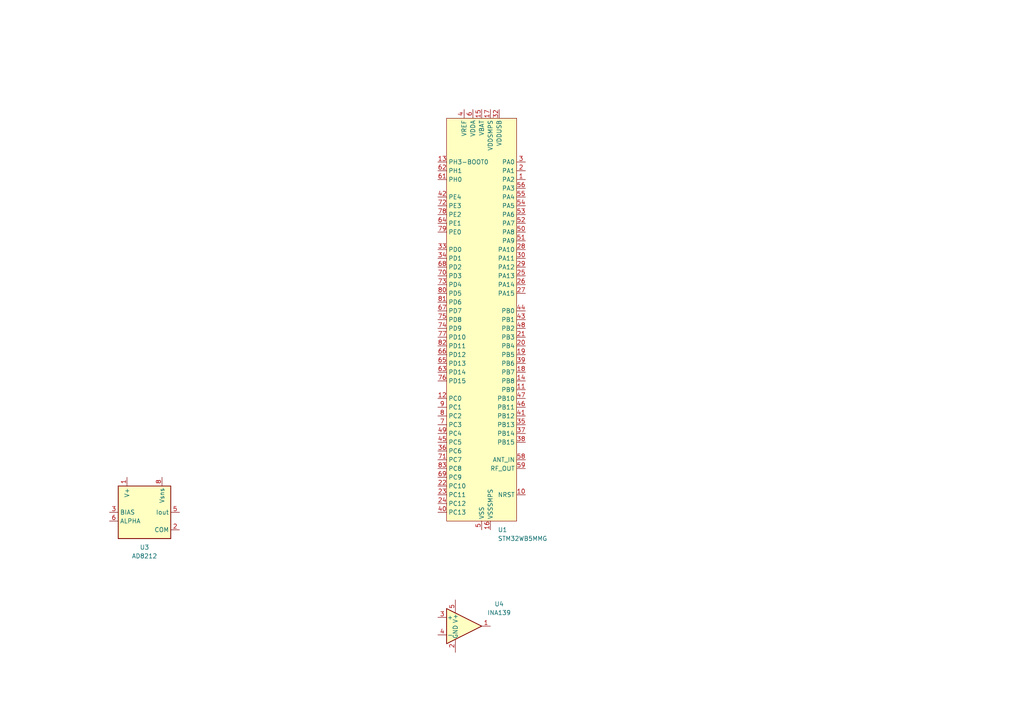
<source format=kicad_sch>
(kicad_sch (version 20250114) (generator "eeschema") (generator_version "9.0")
  (paper "A4")
  (lib_symbols
    (symbol "Amplifier_Current:AD8212"
      (property "Reference" "U" (at -7.62 10.795 0))
      (property "Value" "AD8212" (at -7.62 8.89 0))
      (symbol "AD8212_0_1"
        (rectangle (start -7.62 7.62) (end 7.62 -7.62) (stroke (width 0.254)) (fill (type background)))
      )
      (symbol "AD8212_1_1"
        (pin input line (at -10.16 0 0) (length 2.54) (name "BIAS") (number "3"))
        (pin output line (at -10.16 -2.54 0) (length 2.54) (name "ALPHA") (number "6"))
        (pin power_in line (at -5.08 10.16 270) (length 2.54) (name "V+") (number "1"))
        (pin no_connect line (at -2.54 -7.62 90) (length 2.54) (hide yes) (name "NC") (number "4"))
        (pin no_connect line (at 0 -7.62 90) (length 2.54) (hide yes) (name "NC") (number "7"))
        (pin input line (at 5.08 10.16 270) (length 2.54) (name "Vsns") (number "8"))
        (pin output line (at 10.16 0 180) (length 2.54) (name "Iout") (number "5"))
        (pin input line (at 10.16 -5.08 180) (length 2.54) (name "COM") (number "2"))
      )
    )
    (symbol "Amplifier_Current:INA139" (pin_names (offset 0.127))
      (property "Reference" "U" (at 3.81 5.08 0))
      (property "Value" "INA139" (at 3.81 2.54 0))
      (symbol "INA139_0_1"
        (polyline (pts (xy -5.08 5.08) (xy 5.08 0) (xy -5.08 -5.08) (xy -5.08 5.08)) (stroke (width 0.254)) (fill (type background)))
      )
      (symbol "INA139_1_1"
        (pin input line (at -7.62 2.54 0) (length 2.54) (name "+") (number "3"))
        (pin input line (at -7.62 -2.54 0) (length 2.54) (name "-") (number "4"))
        (pin power_in line (at -2.54 7.62 270) (length 3.81) (name "V+") (number "5"))
        (pin power_in line (at -2.54 -7.62 90) (length 3.81) (name "GND") (number "2"))
        (pin output line (at 7.62 0 180) (length 2.54) (name "~") (number "1"))
      )
    )
    (symbol "RF_Module:STM32WB5MMG"
      (property "Reference" "U" (at 7.62 59.69 0))
      (property "Value" "STM32WB5MMG" (at 10.16 -59.69 0))
      (symbol "STM32WB5MMG_1_1"
        (rectangle (start -10.16 58.42) (end 10.16 -58.42) (fill (type background)))
        (pin bidirectional line (at -12.7 45.72 0) (length 2.54) (name "PH3-BOOT0") (number "13"))
        (pin bidirectional line (at -12.7 43.18 0) (length 2.54) (name "PH1") (number "62"))
        (pin bidirectional line (at -12.7 40.64 0) (length 2.54) (name "PH0") (number "61"))
        (pin bidirectional line (at -12.7 35.56 0) (length 2.54) (name "PE4") (number "42"))
        (pin bidirectional line (at -12.7 33.02 0) (length 2.54) (name "PE3") (number "72"))
        (pin bidirectional line (at -12.7 30.48 0) (length 2.54) (name "PE2") (number "78"))
        (pin bidirectional line (at -12.7 27.94 0) (length 2.54) (name "PE1") (number "64"))
        (pin bidirectional line (at -12.7 25.4 0) (length 2.54) (name "PE0") (number "79"))
        (pin bidirectional line (at -12.7 20.32 0) (length 2.54) (name "PD0") (number "33"))
        (pin bidirectional line (at -12.7 17.78 0) (length 2.54) (name "PD1") (number "34"))
        (pin bidirectional line (at -12.7 15.24 0) (length 2.54) (name "PD2") (number "68"))
        (pin bidirectional line (at -12.7 12.7 0) (length 2.54) (name "PD3") (number "70"))
        (pin bidirectional line (at -12.7 10.16 0) (length 2.54) (name "PD4") (number "73"))
        (pin bidirectional line (at -12.7 7.62 0) (length 2.54) (name "PD5") (number "80"))
        (pin bidirectional line (at -12.7 5.08 0) (length 2.54) (name "PD6") (number "81"))
        (pin bidirectional line (at -12.7 2.54 0) (length 2.54) (name "PD7") (number "67"))
        (pin bidirectional line (at -12.7 0 0) (length 2.54) (name "PD8") (number "75"))
        (pin bidirectional line (at -12.7 -2.54 0) (length 2.54) (name "PD9") (number "74"))
        (pin bidirectional line (at -12.7 -5.08 0) (length 2.54) (name "PD10") (number "77"))
        (pin bidirectional line (at -12.7 -7.62 0) (length 2.54) (name "PD11") (number "82"))
        (pin bidirectional line (at -12.7 -10.16 0) (length 2.54) (name "PD12") (number "66"))
        (pin bidirectional line (at -12.7 -12.7 0) (length 2.54) (name "PD13") (number "65"))
        (pin bidirectional line (at -12.7 -15.24 0) (length 2.54) (name "PD14") (number "63"))
        (pin bidirectional line (at -12.7 -17.78 0) (length 2.54) (name "PD15") (number "76"))
        (pin bidirectional line (at -12.7 -22.86 0) (length 2.54) (name "PC0") (number "12"))
        (pin bidirectional line (at -12.7 -25.4 0) (length 2.54) (name "PC1") (number "9"))
        (pin bidirectional line (at -12.7 -27.94 0) (length 2.54) (name "PC2") (number "8"))
        (pin bidirectional line (at -12.7 -30.48 0) (length 2.54) (name "PC3") (number "7"))
        (pin bidirectional line (at -12.7 -33.02 0) (length 2.54) (name "PC4") (number "49"))
        (pin bidirectional line (at -12.7 -35.56 0) (length 2.54) (name "PC5") (number "45"))
        (pin bidirectional line (at -12.7 -38.1 0) (length 2.54) (name "PC6") (number "36"))
        (pin bidirectional line (at -12.7 -40.64 0) (length 2.54) (name "PC7") (number "71"))
        (pin bidirectional line (at -12.7 -43.18 0) (length 2.54) (name "PC8") (number "83"))
        (pin bidirectional line (at -12.7 -45.72 0) (length 2.54) (name "PC9") (number "69"))
        (pin bidirectional line (at -12.7 -48.26 0) (length 2.54) (name "PC10") (number "22"))
        (pin bidirectional line (at -12.7 -50.8 0) (length 2.54) (name "PC11") (number "23"))
        (pin bidirectional line (at -12.7 -53.34 0) (length 2.54) (name "PC12") (number "24"))
        (pin bidirectional line (at -12.7 -55.88 0) (length 2.54) (name "PC13") (number "40"))
        (pin input line (at -5.08 60.96 270) (length 2.54) (name "VREF") (number "4"))
        (pin power_in line (at -2.54 60.96 270) (length 2.54) (name "VDDA") (number "6"))
        (pin power_in line (at 0 60.96 270) (length 2.54) (name "VBAT") (number "15"))
        (pin passive line (at 0 -60.96 90) (length 2.54) (hide yes) (name "VSS") (number "31"))
        (pin power_in line (at 0 -60.96 90) (length 2.54) (name "VSS") (number "5"))
        (pin passive line (at 0 -60.96 90) (length 2.54) (hide yes) (name "VSS") (number "57"))
        (pin passive line (at 0 -60.96 90) (length 2.54) (hide yes) (name "VSS") (number "60"))
        (pin passive line (at 0 -60.96 90) (length 2.54) (hide yes) (name "VSS") (number "84"))
        (pin passive line (at 0 -60.96 90) (length 2.54) (hide yes) (name "VSS") (number "86"))
        (pin power_in line (at 2.54 60.96 270) (length 2.54) (name "VDDSMPS") (number "17"))
        (pin power_in line (at 2.54 -60.96 90) (length 2.54) (name "VSSSMPS") (number "16"))
        (pin power_in line (at 5.08 60.96 270) (length 2.54) (name "VDDUSB") (number "32"))
        (pin no_connect line (at 10.16 -45.72 180) (length 2.54) (hide yes) (name "ANT_NC") (number "85"))
        (pin bidirectional line (at 12.7 45.72 180) (length 2.54) (name "PA0") (number "3"))
        (pin bidirectional line (at 12.7 43.18 180) (length 2.54) (name "PA1") (number "2"))
        (pin bidirectional line (at 12.7 40.64 180) (length 2.54) (name "PA2") (number "1"))
        (pin bidirectional line (at 12.7 38.1 180) (length 2.54) (name "PA3") (number "56"))
        (pin bidirectional line (at 12.7 35.56 180) (length 2.54) (name "PA4") (number "55"))
        (pin bidirectional line (at 12.7 33.02 180) (length 2.54) (name "PA5") (number "54"))
        (pin bidirectional line (at 12.7 30.48 180) (length 2.54) (name "PA6") (number "53"))
        (pin bidirectional line (at 12.7 27.94 180) (length 2.54) (name "PA7") (number "52"))
        (pin bidirectional line (at 12.7 25.4 180) (length 2.54) (name "PA8") (number "50"))
        (pin bidirectional line (at 12.7 22.86 180) (length 2.54) (name "PA9") (number "51"))
        (pin bidirectional line (at 12.7 20.32 180) (length 2.54) (name "PA10") (number "28"))
        (pin bidirectional line (at 12.7 17.78 180) (length 2.54) (name "PA11") (number "30"))
        (pin bidirectional line (at 12.7 15.24 180) (length 2.54) (name "PA12") (number "29"))
        (pin bidirectional line (at 12.7 12.7 180) (length 2.54) (name "PA13") (number "25"))
        (pin bidirectional line (at 12.7 10.16 180) (length 2.54) (name "PA14") (number "26"))
        (pin bidirectional line (at 12.7 7.62 180) (length 2.54) (name "PA15") (number "27"))
        (pin bidirectional line (at 12.7 2.54 180) (length 2.54) (name "PB0") (number "44"))
        (pin bidirectional line (at 12.7 0 180) (length 2.54) (name "PB1") (number "43"))
        (pin bidirectional line (at 12.7 -2.54 180) (length 2.54) (name "PB2") (number "48"))
        (pin bidirectional line (at 12.7 -5.08 180) (length 2.54) (name "PB3") (number "21"))
        (pin bidirectional line (at 12.7 -7.62 180) (length 2.54) (name "PB4") (number "20"))
        (pin bidirectional line (at 12.7 -10.16 180) (length 2.54) (name "PB5") (number "19"))
        (pin bidirectional line (at 12.7 -12.7 180) (length 2.54) (name "PB6") (number "39"))
        (pin bidirectional line (at 12.7 -15.24 180) (length 2.54) (name "PB7") (number "18"))
        (pin bidirectional line (at 12.7 -17.78 180) (length 2.54) (name "PB8") (number "14"))
        (pin bidirectional line (at 12.7 -20.32 180) (length 2.54) (name "PB9") (number "11"))
        (pin bidirectional line (at 12.7 -22.86 180) (length 2.54) (name "PB10") (number "47"))
        (pin bidirectional line (at 12.7 -25.4 180) (length 2.54) (name "PB11") (number "46"))
        (pin bidirectional line (at 12.7 -27.94 180) (length 2.54) (name "PB12") (number "41"))
        (pin bidirectional line (at 12.7 -30.48 180) (length 2.54) (name "PB13") (number "35"))
        (pin bidirectional line (at 12.7 -33.02 180) (length 2.54) (name "PB14") (number "37"))
        (pin bidirectional line (at 12.7 -35.56 180) (length 2.54) (name "PB15") (number "38"))
        (pin passive line (at 12.7 -40.64 180) (length 2.54) (name "ANT_IN") (number "58"))
        (pin passive line (at 12.7 -43.18 180) (length 2.54) (name "RF_OUT") (number "59"))
        (pin input line (at 12.7 -50.8 180) (length 2.54) (name "NRST") (number "10"))
      )
    )
  )
  (symbol (lib_id "Amplifier_Current:INA139") (at 134.62 181.61 0) (unit 1)
    (property "Reference" "U4" (at 144.78 175.1898 0))
    (property "Value" "INA139" (at 144.78 177.7298 0))
    (property "Footprint" "Package_TO_SOT_SMD:SOT-23-5" (effects (hide yes)))
    (property "Datasheet" "http://www.ti.com/lit/ds/symlink/ina169.pdf" (effects (hide yes)))
    (property "Description" "High-Side Measurement Current Shunt Monitor, 40V, SOT-23-5" (effects (hide yes)))
  )
  (symbol (lib_id "Amplifier_Current:AD8212") (at 41.91 148.59 0) (unit 1)
    (property "Reference" "U3" (at 41.91 158.75 0))
    (property "Value" "AD8212" (at 41.91 161.29 0))
    (property "Footprint" "Package_SO:MSOP-8_3x3mm_P0.65mm" (effects (hide yes)))
    (property "Datasheet" "https://www.analog.com/media/en/technical-documentation/data-sheets/AD8212.pdf" (effects (hide yes)))
    (property "Description" "65V High Voltage Current, Shunt Monitor, adjustable gain, bandwidth 1000kHz, Vcc=7V~65V, current output, unidirectional, MSOP-8" (effects (hide yes)))
  )
  (symbol (lib_id "RF_Module:STM32WB5MMG") (at 139.7 92.71 0) (unit 1)
    (property "Reference" "U1" (at 144.3833 153.67 0) (effects (justify left)))
    (property "Value" "STM32WB5MMG" (at 144.3833 156.21 0) (effects (justify left)))
    (property "Footprint" "RF_Module:ST-SiP-LGA-86-11x7.3mm" (effects (hide yes)))
    (property "Datasheet" "https://www.st.com/resource/en/datasheet/stm32wb5mmg.pdf" (effects (hide yes)))
    (property "Description" "ST Microelectronics STM32WB55VG ARM Cortex Bluetooth Low Energy 5.0, Zigbee and 802.15.4 module, 1 MB Flash, 256kb RAM, Fully integrated BOM" (effects (hide yes)))
  )
)
</source>
